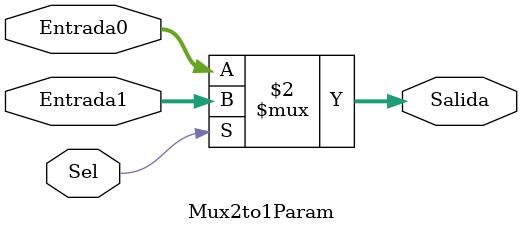
<source format=v>
module Mux2to1Param#(parameter WIDTH = 32)(
    input  wire [WIDTH-1:0] Entrada0,
    input  wire [WIDTH-1:0] Entrada1,
    input  wire             Sel,
    output reg  [WIDTH-1:0] Salida
);

always @(*) begin
	Salida = Sel ? Entrada1 : Entrada0;
end

endmodule

</source>
